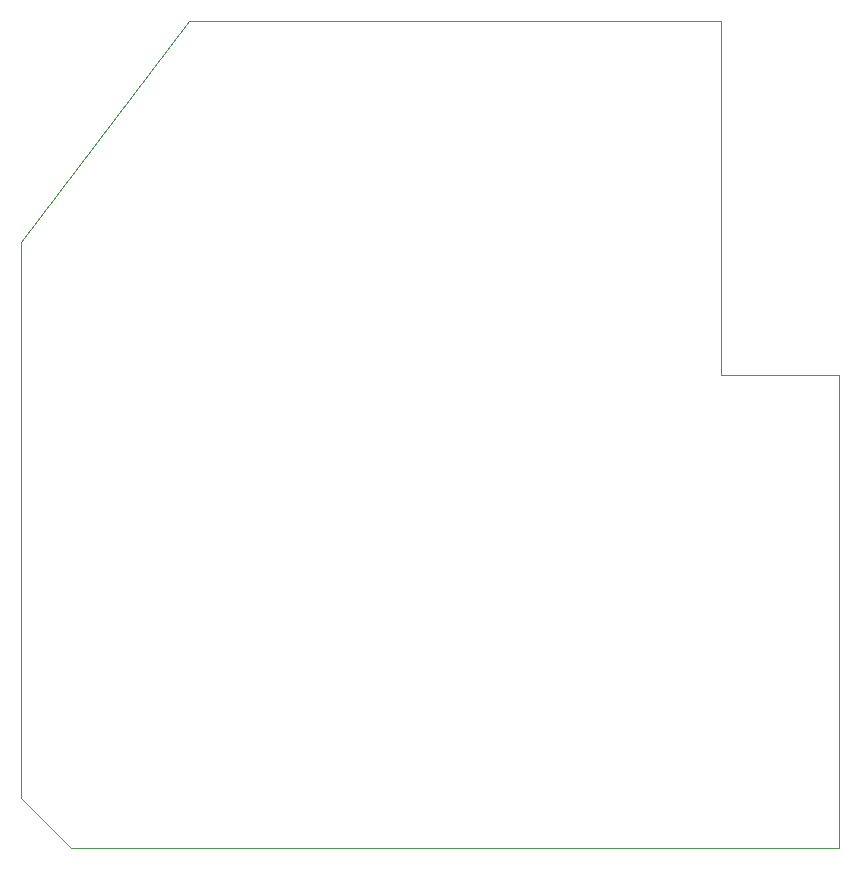
<source format=gbr>
%TF.GenerationSoftware,KiCad,Pcbnew,8.0.5*%
%TF.CreationDate,2024-10-16T11:49:29+02:00*%
%TF.ProjectId,Leiterkarte-v2,4c656974-6572-46b6-9172-74652d76322e,rev?*%
%TF.SameCoordinates,Original*%
%TF.FileFunction,Profile,NP*%
%FSLAX46Y46*%
G04 Gerber Fmt 4.6, Leading zero omitted, Abs format (unit mm)*
G04 Created by KiCad (PCBNEW 8.0.5) date 2024-10-16 11:49:29*
%MOMM*%
%LPD*%
G01*
G04 APERTURE LIST*
%TA.AperFunction,Profile*%
%ADD10C,0.100000*%
%TD*%
G04 APERTURE END LIST*
D10*
X144842641Y-48242641D02*
X99842641Y-48242641D01*
X89842641Y-118242641D02*
X154842641Y-118242641D01*
X85600000Y-67000000D02*
X99842641Y-48242641D01*
X154842641Y-118242641D02*
X154842641Y-78242641D01*
X85600000Y-114000000D02*
X89842641Y-118242641D01*
X154842641Y-78242641D02*
X144842641Y-78242641D01*
X144842641Y-78242641D02*
X144842641Y-48242641D01*
X85600000Y-114000000D02*
X85600000Y-67000000D01*
M02*

</source>
